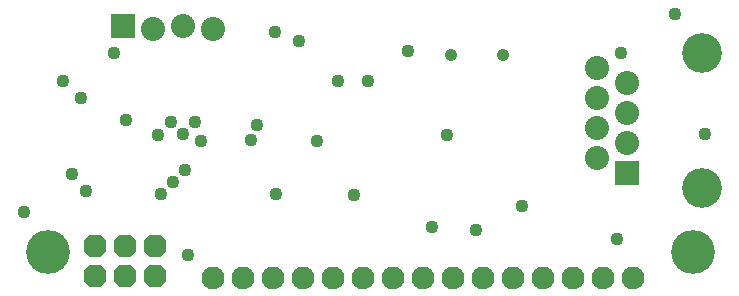
<source format=gbs>
G75*
G70*
%OFA0B0*%
%FSLAX24Y24*%
%IPPOS*%
%LPD*%
%AMOC8*
5,1,8,0,0,1.08239X$1,22.5*
%
%ADD10C,0.1460*%
%ADD11OC8,0.0760*%
%ADD12C,0.0414*%
%ADD13C,0.0760*%
%ADD14C,0.0800*%
%ADD15R,0.0800X0.0800*%
%ADD16C,0.1320*%
%ADD17C,0.0436*%
D10*
X003732Y003050D03*
X025232Y003050D03*
D11*
X005282Y002250D03*
X006282Y002250D03*
X007282Y002250D03*
X007282Y003250D03*
X006282Y003250D03*
X005282Y003250D03*
D12*
X017166Y009606D03*
X018898Y009606D03*
D13*
X019232Y002200D03*
X020232Y002200D03*
X021232Y002200D03*
X022232Y002200D03*
X023232Y002200D03*
X018232Y002200D03*
X017232Y002200D03*
X016232Y002200D03*
X015232Y002200D03*
X014232Y002200D03*
X013232Y002200D03*
X012232Y002200D03*
X011232Y002200D03*
X010232Y002200D03*
X009232Y002200D03*
D14*
X022032Y006200D03*
X023032Y006700D03*
X022032Y007200D03*
X023032Y007700D03*
X022032Y008200D03*
X023032Y008700D03*
X022032Y009200D03*
X009232Y010500D03*
X008232Y010600D03*
X007232Y010500D03*
D15*
X006232Y010600D03*
X023032Y005700D03*
D16*
X025532Y005200D03*
X025532Y009700D03*
D17*
X024632Y011000D03*
X022832Y009700D03*
X025632Y007000D03*
X019532Y004600D03*
X017982Y003800D03*
X016532Y003900D03*
X013932Y004950D03*
X011332Y005000D03*
X008282Y005800D03*
X007882Y005400D03*
X007482Y005000D03*
X004982Y005100D03*
X004532Y005650D03*
X002932Y004400D03*
X007382Y006950D03*
X007832Y007400D03*
X008632Y007400D03*
X008232Y007000D03*
X008832Y006750D03*
X010482Y006800D03*
X010682Y007300D03*
X012682Y006750D03*
X013382Y008750D03*
X014382Y008750D03*
X015732Y009750D03*
X012082Y010100D03*
X011282Y010400D03*
X005932Y009700D03*
X004232Y008750D03*
X004832Y008200D03*
X006332Y007450D03*
X008382Y002950D03*
X017032Y006950D03*
X022682Y003500D03*
M02*

</source>
